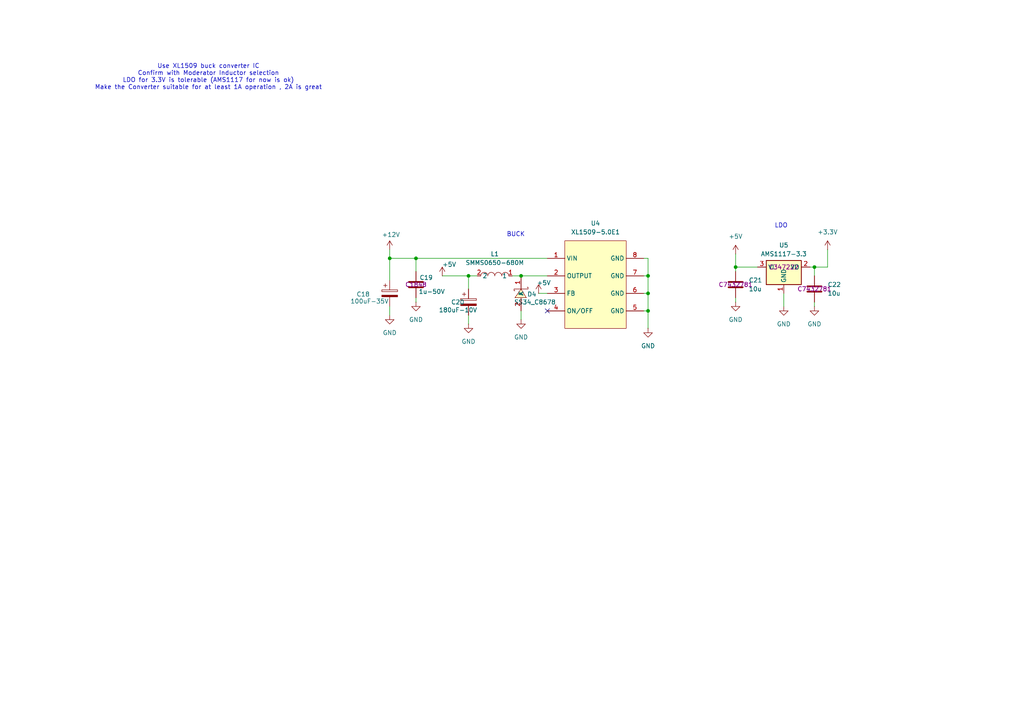
<source format=kicad_sch>
(kicad_sch (version 20250114) (generator "eeschema") (generator_version "9.0")
  (paper "A4")
  (lib_symbols
    (symbol "Device:C" (pin_numbers (hide yes)) (pin_names (offset 0.254))
      (property "Reference" "C" (at 0.635 2.54 0))
      (property "Value" "C" (at 0.635 -2.54 0))
      (symbol "C_0_1"
        (polyline (pts (xy -2.032 0.762) (xy 2.032 0.762)) (stroke (width 0.508)))
        (polyline (pts (xy -2.032 -0.762) (xy 2.032 -0.762)) (stroke (width 0.508)))
      )
      (symbol "C_1_1"
        (pin passive line (at 0 3.81 270) (length 2.794) (name "~") (number "1"))
        (pin passive line (at 0 -3.81 90) (length 2.794) (name "~") (number "2"))
      )
    )
    (symbol "Device:C_Polarized" (pin_numbers (hide yes)) (pin_names (offset 0.254))
      (property "Reference" "C" (at 0.635 2.54 0))
      (property "Value" "C_Polarized" (at 0.635 -2.54 0))
      (symbol "C_Polarized_0_1"
        (rectangle (start -2.286 0.508) (end 2.286 1.016))
        (polyline (pts (xy -1.778 2.286) (xy -0.762 2.286)))
        (polyline (pts (xy -1.27 2.794) (xy -1.27 1.778)))
        (rectangle (start 2.286 -0.508) (end -2.286 -1.016) (fill (type outline)))
      )
      (symbol "C_Polarized_1_1"
        (pin passive line (at 0 3.81 270) (length 2.794) (name "~") (number "1"))
        (pin passive line (at 0 -3.81 90) (length 2.794) (name "~") (number "2"))
      )
    )
    (symbol "EasyEDA:SMMS0650-680M"
      (property "Reference" "L" (at 0 5.08 0))
      (property "Value" "SMMS0650-680M" (at 0 -5.08 0))
      (symbol "SMMS0650-680M_0_1"
        (arc (start -4.06 0.01) (mid -3.035 1.013) (end -2.03 -0.01))
        (arc (start -2.03 0.01) (mid -1.005 1.013) (end 0 -0.01))
        (arc (start 0 0.01) (mid 1.025 1.013) (end 2.03 -0.01))
        (arc (start 2.03 0.01) (mid 3.055 1.013) (end 4.06 -0.01))
        (pin unspecified line (at -5.08 0 0) (length 1.016) (name "2") (number "2"))
        (pin unspecified line (at 5.08 0 180) (length 1.016) (name "1") (number "1"))
      )
    )
    (symbol "EasyEDA:SS34_C8678"
      (property "Reference" "D" (at 0 5.08 0))
      (property "Value" "SS34_C8678" (at 0 -5.08 0))
      (symbol "SS34_C8678_0_1"
        (polyline (pts (xy -1.27 0) (xy -1.27 2.03) (xy -1.78 2.03) (xy -1.78 1.78)))
        (polyline (pts (xy -1.27 0) (xy -1.27 -2.03) (xy -0.76 -2.03) (xy -0.76 -1.78)))
        (polyline (pts (xy 1.27 1.52) (xy -1.27 0) (xy 1.27 -1.78) (xy 1.27 1.52)) (fill (type background)))
        (pin unspecified line (at -5.08 0 0) (length 3.81) (name "K") (number "1"))
        (pin unspecified line (at 5.08 0 180) (length 3.81) (name "A") (number "2"))
      )
    )
    (symbol "EasyEDA:XL1509-5.0E1"
      (property "Reference" "U" (at 0 12.7 0))
      (property "Value" "XL1509-5.0E1" (at 0 -12.7 0))
      (symbol "XL1509-5.0E1_0_1"
        (rectangle (start -8.89 12.7) (end 8.89 -12.7) (fill (type background)))
        (pin unspecified line (at -13.97 7.62 0) (length 5.08) (name "VIN") (number "1"))
        (pin unspecified line (at -13.97 2.54 0) (length 5.08) (name "OUTPUT") (number "2"))
        (pin unspecified line (at -13.97 -2.54 0) (length 5.08) (name "FB") (number "3"))
        (pin unspecified line (at -13.97 -7.62 0) (length 5.08) (name "ON/OFF") (number "4"))
        (pin unspecified line (at 13.97 7.62 180) (length 5.08) (name "GND") (number "8"))
        (pin unspecified line (at 13.97 2.54 180) (length 5.08) (name "GND") (number "7"))
        (pin unspecified line (at 13.97 -2.54 180) (length 5.08) (name "GND") (number "6"))
        (pin unspecified line (at 13.97 -7.62 180) (length 5.08) (name "GND") (number "5"))
      )
    )
    (symbol "Regulator_Linear:AMS1117-3.3"
      (property "Reference" "U" (at -3.81 3.175 0))
      (property "Value" "AMS1117-3.3" (at 0 3.175 0))
      (symbol "AMS1117-3.3_0_1"
        (rectangle (start -5.08 -5.08) (end 5.08 1.905) (stroke (width 0.254)) (fill (type background)))
      )
      (symbol "AMS1117-3.3_1_1"
        (pin power_in line (at -7.62 0 0) (length 2.54) (name "VI") (number "3"))
        (pin power_in line (at 0 -7.62 90) (length 2.54) (name "GND") (number "1"))
        (pin power_out line (at 7.62 0 180) (length 2.54) (name "VO") (number "2"))
      )
    )
    (symbol "power:+12V" (power) (pin_numbers (hide yes)) (pin_names (offset 0) (hide yes))
      (property "Value" "+12V" (at 0 3.556 0))
      (symbol "+12V_0_1"
        (polyline (pts (xy -0.762 1.27) (xy 0 2.54)))
        (polyline (pts (xy 0 2.54) (xy 0.762 1.27)))
        (polyline (pts (xy 0 0) (xy 0 2.54)))
      )
      (symbol "+12V_1_1"
        (pin power_in line (at 0 0 90) (length 0) (name "~") (number "1"))
      )
    )
    (symbol "power:+3.3V" (power) (pin_numbers (hide yes)) (pin_names (offset 0) (hide yes))
      (property "Value" "+3.3V" (at 0 3.556 0))
      (symbol "+3.3V_0_1"
        (polyline (pts (xy -0.762 1.27) (xy 0 2.54)))
        (polyline (pts (xy 0 2.54) (xy 0.762 1.27)))
        (polyline (pts (xy 0 0) (xy 0 2.54)))
      )
      (symbol "+3.3V_1_1"
        (pin power_in line (at 0 0 90) (length 0) (name "~") (number "1"))
      )
    )
    (symbol "power:+5V" (power) (pin_numbers (hide yes)) (pin_names (offset 0) (hide yes))
      (property "Value" "+5V" (at 0 3.556 0))
      (symbol "+5V_0_1"
        (polyline (pts (xy -0.762 1.27) (xy 0 2.54)))
        (polyline (pts (xy 0 2.54) (xy 0.762 1.27)))
        (polyline (pts (xy 0 0) (xy 0 2.54)))
      )
      (symbol "+5V_1_1"
        (pin power_in line (at 0 0 90) (length 0) (name "~") (number "1"))
      )
    )
    (symbol "power:GND" (power) (pin_numbers (hide yes)) (pin_names (offset 0) (hide yes))
      (property "Value" "GND" (at 0 -3.81 0))
      (symbol "GND_0_1"
        (polyline (pts (xy 0 0) (xy 0 -1.27) (xy 1.27 -1.27) (xy 0 -2.54) (xy -1.27 -1.27) (xy 0 -1.27)))
      )
      (symbol "GND_1_1"
        (pin power_in line (at 0 0 270) (length 0) (name "~") (number "1"))
      )
    )
  )
  (text "LDO" (at 226.568 65.532 0) (effects (font (size 1.27 1.27))))
  (text "BUCK\n" (at 149.606 68.072 0) (effects (font (size 1.27 1.27))))
  (text "Use XL1509 buck converter IC\nConfirm with Moderator Inductor selection\nLDO for 3.3V is tolerable (AMS1117 for now is ok)\nMake the Converter suitable for at least 1A operation , 2A is great\n" (at 60.452 22.352 0) (effects (font (size 1.27 1.27))))
  (junction (at 187.96 80.01))
  (junction (at 213.36 77.47))
  (junction (at 187.96 85.09))
  (junction (at 236.22 77.47))
  (junction (at 187.96 90.17))
  (junction (at 113.03 74.93))
  (junction (at 120.65 74.93))
  (junction (at 135.89 80.01))
  (junction (at 151.13 80.01))
  (no_connect (at 158.75 90.17))
  (wire (pts (xy 135.89 80.01) (xy 135.89 83.82)))
  (wire (pts (xy 236.22 77.47) (xy 240.03 77.47)))
  (wire (pts (xy 187.96 85.09) (xy 187.96 80.01)))
  (wire (pts (xy 236.22 80.01) (xy 236.22 77.47)))
  (wire (pts (xy 148.59 80.01) (xy 151.13 80.01)))
  (wire (pts (xy 120.65 74.93) (xy 120.65 78.74)))
  (wire (pts (xy 187.96 80.01) (xy 187.96 74.93)))
  (wire (pts (xy 120.65 86.36) (xy 120.65 87.63)))
  (wire (pts (xy 151.13 90.17) (xy 151.13 92.71)))
  (wire (pts (xy 156.21 85.09) (xy 158.75 85.09)))
  (wire (pts (xy 135.89 91.44) (xy 135.89 93.98)))
  (wire (pts (xy 240.03 72.39) (xy 240.03 77.47)))
  (wire (pts (xy 151.13 80.01) (xy 158.75 80.01)))
  (wire (pts (xy 113.03 74.93) (xy 113.03 81.28)))
  (wire (pts (xy 113.03 74.93) (xy 120.65 74.93)))
  (wire (pts (xy 213.36 77.47) (xy 219.71 77.47)))
  (wire (pts (xy 113.03 72.39) (xy 113.03 74.93)))
  (wire (pts (xy 213.36 77.47) (xy 213.36 78.74)))
  (wire (pts (xy 120.65 74.93) (xy 158.75 74.93)))
  (wire (pts (xy 227.33 85.09) (xy 227.33 88.9)))
  (wire (pts (xy 186.69 80.01) (xy 187.96 80.01)))
  (wire (pts (xy 135.89 80.01) (xy 138.43 80.01)))
  (wire (pts (xy 187.96 90.17) (xy 187.96 85.09)))
  (wire (pts (xy 128.27 80.01) (xy 135.89 80.01)))
  (wire (pts (xy 186.69 85.09) (xy 187.96 85.09)))
  (wire (pts (xy 187.96 95.25) (xy 187.96 90.17)))
  (wire (pts (xy 213.36 86.36) (xy 213.36 87.63)))
  (wire (pts (xy 187.96 74.93) (xy 186.69 74.93)))
  (wire (pts (xy 236.22 87.63) (xy 236.22 88.9)))
  (wire (pts (xy 236.22 77.47) (xy 234.95 77.47)))
  (wire (pts (xy 186.69 90.17) (xy 187.96 90.17)))
  (wire (pts (xy 213.36 73.66) (xy 213.36 77.47)))
  (wire (pts (xy 113.03 88.9) (xy 113.03 91.44)))
  (symbol (lib_id "power:GND") (at 120.65 87.63 0) (unit 1)
    (property "Reference" "#PWR044" (effects (hide yes)))
    (property "Value" "GND" (at 120.65 92.71 0))
    (property "Description" "Power symbol creates a global label with name \"GND\" , ground" (effects (hide yes)))
  )
  (symbol (lib_id "power:+5V") (at 213.36 73.66 0) (unit 1)
    (property "Reference" "#PWR050" (effects (hide yes)))
    (property "Value" "+5V" (at 213.36 68.58 0))
    (property "Description" "Power symbol creates a global label with name \"+5V\"" (effects (hide yes)))
  )
  (symbol (lib_id "Regulator_Linear:AMS1117-3.3") (at 227.33 77.47 0) (unit 1)
    (property "Reference" "U5" (at 227.33 71.12 0))
    (property "Value" "AMS1117-3.3" (at 227.33 73.66 0))
    (property "Footprint" "Package_TO_SOT_SMD:SOT-223-3_TabPin2" (effects (hide yes)))
    (property "Datasheet" "http://www.advanced-monolithic.com/pdf/ds1117.pdf" (effects (hide yes)))
    (property "Description" "1A Low Dropout regulator, positive, 3.3V fixed output, SOT-223" (effects (hide yes)))
    (property "LCSC Part" "C347222" (at 227.33 77.47 0))
  )
  (symbol (lib_id "EasyEDA:SMMS0650-680M") (at 143.51 80.01 0) (unit 1)
    (property "Reference" "L1" (at 143.51 73.66 0))
    (property "Value" "SMMS0650-680M" (at 143.51 76.2 0))
    (property "Footprint" "EasyEDA:IND-SMD_L7.1-W6.6_H5.0" (effects (hide yes)))
    (property "LCSC Part" "C2894721" (effects (hide yes)))
  )
  (symbol (lib_id "power:+12V") (at 113.03 72.39 0) (unit 1)
    (property "Reference" "#PWR042" (effects (hide yes)))
    (property "Value" "+12V" (at 110.744 68.072 0) (effects (justify left)))
    (property "Description" "Power symbol creates a global label with name \"+12V\"" (effects (hide yes)))
  )
  (symbol (lib_id "Device:C_Polarized") (at 113.03 85.09 0) (unit 1) (in_bom no)
    (property "Reference" "C18" (at 103.378 85.344 0) (effects (justify left)))
    (property "Value" "100uF-35V" (at 101.6 87.376 0) (effects (justify left)))
    (property "Footprint" "Capacitor_THT:CP_Radial_D8.0mm_P3.50mm" (effects (hide yes)))
    (property "Description" "Polarized capacitor" (effects (hide yes)))
  )
  (symbol (lib_id "power:GND") (at 187.96 95.25 0) (unit 1)
    (property "Reference" "#PWR049" (effects (hide yes)))
    (property "Value" "GND" (at 187.96 100.33 0))
    (property "Description" "Power symbol creates a global label with name \"GND\" , ground" (effects (hide yes)))
  )
  (symbol (lib_id "power:GND") (at 213.36 87.63 0) (unit 1)
    (property "Reference" "#PWR051" (effects (hide yes)))
    (property "Value" "GND" (at 213.36 92.71 0))
    (property "Description" "Power symbol creates a global label with name \"GND\" , ground" (effects (hide yes)))
  )
  (symbol (lib_id "power:GND") (at 227.33 88.9 0) (unit 1)
    (property "Reference" "#PWR052" (effects (hide yes)))
    (property "Value" "GND" (at 227.33 93.98 0))
    (property "Description" "Power symbol creates a global label with name \"GND\" , ground" (effects (hide yes)))
  )
  (symbol (lib_id "power:GND") (at 236.22 88.9 0) (unit 1)
    (property "Reference" "#PWR053" (effects (hide yes)))
    (property "Value" "GND" (at 236.22 93.98 0))
    (property "Description" "Power symbol creates a global label with name \"GND\" , ground" (effects (hide yes)))
  )
  (symbol (lib_id "power:+3.3V") (at 240.03 72.39 0) (unit 1)
    (property "Reference" "#PWR054" (effects (hide yes)))
    (property "Value" "+3.3V" (at 240.03 67.31 0))
    (property "Description" "Power symbol creates a global label with name \"+3.3V\"" (effects (hide yes)))
  )
  (symbol (lib_id "Device:C_Polarized") (at 135.89 87.63 0) (unit 1) (in_bom no)
    (property "Reference" "C20" (at 130.81 87.63 0) (effects (justify left)))
    (property "Value" "180uF-10V" (at 127.254 89.916 0) (effects (justify left)))
    (property "Footprint" "Capacitor_THT:CP_Radial_D6.3mm_P2.50mm" (effects (hide yes)))
    (property "Description" "Polarized capacitor" (effects (hide yes)))
  )
  (symbol (lib_id "power:+5V") (at 128.27 80.01 0) (unit 1)
    (property "Reference" "#PWR045" (effects (hide yes)))
    (property "Value" "+5V" (at 130.302 76.708 0))
    (property "Description" "Power symbol creates a global label with name \"+5V\"" (effects (hide yes)))
  )
  (symbol (lib_id "EasyEDA:XL1509-5.0E1") (at 172.72 82.55 0) (unit 1)
    (property "Reference" "U4" (at 172.72 64.77 0))
    (property "Value" "XL1509-5.0E1" (at 172.72 67.31 0))
    (property "Footprint" "EasyEDA:SOIC-8_L5.0-W4.0-P1.27-LS6.0-BL" (effects (hide yes)))
    (property "Datasheet" "https://lcsc.com/product-detail/DC-DC-Converters_XL1509-5-0E1_C61063.html" (effects (hide yes)))
    (property "LCSC Part" "C61063" (effects (hide yes)))
  )
  (symbol (lib_id "power:GND") (at 135.89 93.98 0) (unit 1)
    (property "Reference" "#PWR046" (effects (hide yes)))
    (property "Value" "GND" (at 135.89 99.06 0))
    (property "Description" "Power symbol creates a global label with name \"GND\" , ground" (effects (hide yes)))
  )
  (symbol (lib_id "Device:C") (at 213.36 82.55 0) (unit 1)
    (property "Reference" "C21" (at 217.17 81.2799 0) (effects (justify left)))
    (property "Value" "10u" (at 217.17 83.8199 0) (effects (justify left)))
    (property "Footprint" "Capacitor_SMD:C_1206_3216Metric_Pad1.33x1.80mm_HandSolder" (effects (hide yes)))
    (property "Description" "Unpolarized capacitor" (effects (hide yes)))
    (property "LCSC Part" "C7432781" (at 213.36 82.55 0))
  )
  (symbol (lib_id "EasyEDA:SS34_C8678") (at 151.13 85.09 270) (unit 1)
    (property "Reference" "D4" (at 152.908 85.344 90) (effects (justify left)))
    (property "Value" "SS34_C8678" (at 149.098 87.63 90) (effects (justify left)))
    (property "Footprint" "EasyEDA:SMA_L4.3-W2.6-LS5.2-RD" (effects (hide yes)))
    (property "Datasheet" "https://lcsc.com/product-detail/Schottky-Barrier-Diodes-SBD_SS34_C8678.html" (effects (hide yes)))
    (property "LCSC Part" "C8678" (effects (hide yes)))
  )
  (symbol (lib_id "power:GND") (at 151.13 92.71 0) (unit 1)
    (property "Reference" "#PWR047" (effects (hide yes)))
    (property "Value" "GND" (at 151.13 97.79 0))
    (property "Description" "Power symbol creates a global label with name \"GND\" , ground" (effects (hide yes)))
  )
  (symbol (lib_id "power:GND") (at 113.03 91.44 0) (unit 1)
    (property "Reference" "#PWR043" (effects (hide yes)))
    (property "Value" "GND" (at 113.03 96.52 0))
    (property "Description" "Power symbol creates a global label with name \"GND\" , ground" (effects (hide yes)))
  )
  (symbol (lib_id "Device:C") (at 120.65 82.55 0) (unit 1)
    (property "Reference" "C19" (at 121.666 80.518 0) (effects (justify left)))
    (property "Value" "1u-50V" (at 121.412 84.582 0) (effects (justify left)))
    (property "Footprint" "Capacitor_SMD:C_1206_3216Metric_Pad1.33x1.80mm_HandSolder" (effects (hide yes)))
    (property "Description" "Unpolarized capacitor" (effects (hide yes)))
    (property "LCSC Part" "C1848" (at 120.65 82.55 0))
  )
  (symbol (lib_id "Device:C") (at 236.22 83.82 0) (unit 1)
    (property "Reference" "C22" (at 240.03 82.5499 0) (effects (justify left)))
    (property "Value" "10u" (at 240.03 85.0899 0) (effects (justify left)))
    (property "Footprint" "Capacitor_SMD:C_1206_3216Metric_Pad1.33x1.80mm_HandSolder" (effects (hide yes)))
    (property "Description" "Unpolarized capacitor" (effects (hide yes)))
    (property "LCSC Part" "C7432781" (at 236.22 83.82 0))
  )
  (symbol (lib_id "power:+5V") (at 156.21 85.09 0) (unit 1)
    (property "Reference" "#PWR048" (effects (hide yes)))
    (property "Value" "+5V" (at 157.734 82.042 0))
    (property "Description" "Power symbol creates a global label with name \"+5V\"" (effects (hide yes)))
  )
)
</source>
